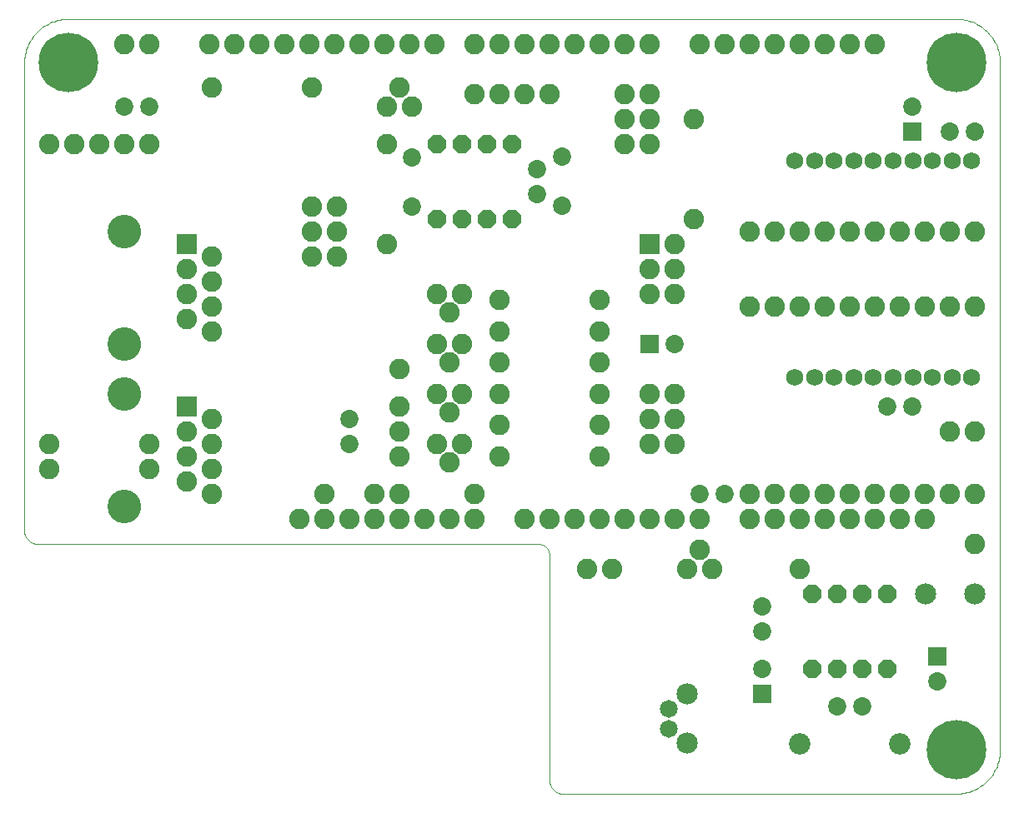
<source format=gbs>
G75*
G70*
%OFA0B0*%
%FSLAX24Y24*%
%IPPOS*%
%LPD*%
%AMOC8*
5,1,8,0,0,1.08239X$1,22.5*
%
%ADD10C,0.0000*%
%ADD11C,0.0820*%
%ADD12OC8,0.0710*%
%ADD13C,0.0730*%
%ADD14R,0.0730X0.0730*%
%ADD15R,0.0820X0.0820*%
%ADD16C,0.0680*%
%ADD17C,0.0860*%
%ADD18C,0.0848*%
%ADD19C,0.1340*%
%ADD20C,0.2380*%
%ADD21C,0.0714*%
D10*
X001200Y010700D02*
X021200Y010700D01*
X021244Y010698D01*
X021287Y010692D01*
X021329Y010683D01*
X021371Y010670D01*
X021411Y010653D01*
X021450Y010633D01*
X021487Y010610D01*
X021521Y010583D01*
X021554Y010554D01*
X021583Y010521D01*
X021610Y010487D01*
X021633Y010450D01*
X021653Y010411D01*
X021670Y010371D01*
X021683Y010329D01*
X021692Y010287D01*
X021698Y010244D01*
X021700Y010200D01*
X021700Y001200D01*
X021702Y001156D01*
X021708Y001113D01*
X021717Y001071D01*
X021730Y001029D01*
X021747Y000989D01*
X021767Y000950D01*
X021790Y000913D01*
X021817Y000879D01*
X021846Y000846D01*
X021879Y000817D01*
X021913Y000790D01*
X021950Y000767D01*
X021989Y000747D01*
X022029Y000730D01*
X022071Y000717D01*
X022113Y000708D01*
X022156Y000702D01*
X022200Y000700D01*
X037950Y000700D01*
X038033Y000702D01*
X038116Y000708D01*
X038199Y000718D01*
X038281Y000732D01*
X038363Y000749D01*
X038443Y000771D01*
X038522Y000796D01*
X038600Y000825D01*
X038677Y000858D01*
X038752Y000895D01*
X038825Y000934D01*
X038896Y000978D01*
X038965Y001024D01*
X039032Y001074D01*
X039096Y001127D01*
X039158Y001183D01*
X039217Y001242D01*
X039273Y001304D01*
X039326Y001368D01*
X039376Y001435D01*
X039422Y001504D01*
X039466Y001575D01*
X039505Y001648D01*
X039542Y001723D01*
X039575Y001800D01*
X039604Y001878D01*
X039629Y001957D01*
X039651Y002037D01*
X039668Y002119D01*
X039682Y002201D01*
X039692Y002284D01*
X039698Y002367D01*
X039700Y002450D01*
X039700Y029950D01*
X039698Y030033D01*
X039692Y030116D01*
X039682Y030199D01*
X039668Y030281D01*
X039651Y030363D01*
X039629Y030443D01*
X039604Y030522D01*
X039575Y030600D01*
X039542Y030677D01*
X039505Y030752D01*
X039466Y030825D01*
X039422Y030896D01*
X039376Y030965D01*
X039326Y031032D01*
X039273Y031096D01*
X039217Y031158D01*
X039158Y031217D01*
X039096Y031273D01*
X039032Y031326D01*
X038965Y031376D01*
X038896Y031422D01*
X038825Y031466D01*
X038752Y031505D01*
X038677Y031542D01*
X038600Y031575D01*
X038522Y031604D01*
X038443Y031629D01*
X038363Y031651D01*
X038281Y031668D01*
X038199Y031682D01*
X038116Y031692D01*
X038033Y031698D01*
X037950Y031700D01*
X002450Y031700D01*
X002367Y031698D01*
X002284Y031692D01*
X002201Y031682D01*
X002119Y031668D01*
X002037Y031651D01*
X001957Y031629D01*
X001878Y031604D01*
X001800Y031575D01*
X001723Y031542D01*
X001648Y031505D01*
X001575Y031466D01*
X001504Y031422D01*
X001435Y031376D01*
X001368Y031326D01*
X001304Y031273D01*
X001242Y031217D01*
X001183Y031158D01*
X001127Y031096D01*
X001074Y031032D01*
X001024Y030965D01*
X000978Y030896D01*
X000934Y030825D01*
X000895Y030752D01*
X000858Y030677D01*
X000825Y030600D01*
X000796Y030522D01*
X000771Y030443D01*
X000749Y030363D01*
X000732Y030281D01*
X000718Y030199D01*
X000708Y030116D01*
X000702Y030033D01*
X000700Y029950D01*
X000700Y011200D01*
X000702Y011156D01*
X000708Y011113D01*
X000717Y011071D01*
X000730Y011029D01*
X000747Y010989D01*
X000767Y010950D01*
X000790Y010913D01*
X000817Y010879D01*
X000846Y010846D01*
X000879Y010817D01*
X000913Y010790D01*
X000950Y010767D01*
X000989Y010747D01*
X001029Y010730D01*
X001071Y010717D01*
X001113Y010708D01*
X001156Y010702D01*
X001200Y010700D01*
X004070Y012200D02*
X004072Y012250D01*
X004078Y012300D01*
X004088Y012349D01*
X004102Y012397D01*
X004119Y012444D01*
X004140Y012489D01*
X004165Y012533D01*
X004193Y012574D01*
X004225Y012613D01*
X004259Y012650D01*
X004296Y012684D01*
X004336Y012714D01*
X004378Y012741D01*
X004422Y012765D01*
X004468Y012786D01*
X004515Y012802D01*
X004563Y012815D01*
X004613Y012824D01*
X004662Y012829D01*
X004713Y012830D01*
X004763Y012827D01*
X004812Y012820D01*
X004861Y012809D01*
X004909Y012794D01*
X004955Y012776D01*
X005000Y012754D01*
X005043Y012728D01*
X005084Y012699D01*
X005123Y012667D01*
X005159Y012632D01*
X005191Y012594D01*
X005221Y012554D01*
X005248Y012511D01*
X005271Y012467D01*
X005290Y012421D01*
X005306Y012373D01*
X005318Y012324D01*
X005326Y012275D01*
X005330Y012225D01*
X005330Y012175D01*
X005326Y012125D01*
X005318Y012076D01*
X005306Y012027D01*
X005290Y011979D01*
X005271Y011933D01*
X005248Y011889D01*
X005221Y011846D01*
X005191Y011806D01*
X005159Y011768D01*
X005123Y011733D01*
X005084Y011701D01*
X005043Y011672D01*
X005000Y011646D01*
X004955Y011624D01*
X004909Y011606D01*
X004861Y011591D01*
X004812Y011580D01*
X004763Y011573D01*
X004713Y011570D01*
X004662Y011571D01*
X004613Y011576D01*
X004563Y011585D01*
X004515Y011598D01*
X004468Y011614D01*
X004422Y011635D01*
X004378Y011659D01*
X004336Y011686D01*
X004296Y011716D01*
X004259Y011750D01*
X004225Y011787D01*
X004193Y011826D01*
X004165Y011867D01*
X004140Y011911D01*
X004119Y011956D01*
X004102Y012003D01*
X004088Y012051D01*
X004078Y012100D01*
X004072Y012150D01*
X004070Y012200D01*
X004070Y016700D02*
X004072Y016750D01*
X004078Y016800D01*
X004088Y016849D01*
X004102Y016897D01*
X004119Y016944D01*
X004140Y016989D01*
X004165Y017033D01*
X004193Y017074D01*
X004225Y017113D01*
X004259Y017150D01*
X004296Y017184D01*
X004336Y017214D01*
X004378Y017241D01*
X004422Y017265D01*
X004468Y017286D01*
X004515Y017302D01*
X004563Y017315D01*
X004613Y017324D01*
X004662Y017329D01*
X004713Y017330D01*
X004763Y017327D01*
X004812Y017320D01*
X004861Y017309D01*
X004909Y017294D01*
X004955Y017276D01*
X005000Y017254D01*
X005043Y017228D01*
X005084Y017199D01*
X005123Y017167D01*
X005159Y017132D01*
X005191Y017094D01*
X005221Y017054D01*
X005248Y017011D01*
X005271Y016967D01*
X005290Y016921D01*
X005306Y016873D01*
X005318Y016824D01*
X005326Y016775D01*
X005330Y016725D01*
X005330Y016675D01*
X005326Y016625D01*
X005318Y016576D01*
X005306Y016527D01*
X005290Y016479D01*
X005271Y016433D01*
X005248Y016389D01*
X005221Y016346D01*
X005191Y016306D01*
X005159Y016268D01*
X005123Y016233D01*
X005084Y016201D01*
X005043Y016172D01*
X005000Y016146D01*
X004955Y016124D01*
X004909Y016106D01*
X004861Y016091D01*
X004812Y016080D01*
X004763Y016073D01*
X004713Y016070D01*
X004662Y016071D01*
X004613Y016076D01*
X004563Y016085D01*
X004515Y016098D01*
X004468Y016114D01*
X004422Y016135D01*
X004378Y016159D01*
X004336Y016186D01*
X004296Y016216D01*
X004259Y016250D01*
X004225Y016287D01*
X004193Y016326D01*
X004165Y016367D01*
X004140Y016411D01*
X004119Y016456D01*
X004102Y016503D01*
X004088Y016551D01*
X004078Y016600D01*
X004072Y016650D01*
X004070Y016700D01*
X004070Y018700D02*
X004072Y018750D01*
X004078Y018800D01*
X004088Y018849D01*
X004102Y018897D01*
X004119Y018944D01*
X004140Y018989D01*
X004165Y019033D01*
X004193Y019074D01*
X004225Y019113D01*
X004259Y019150D01*
X004296Y019184D01*
X004336Y019214D01*
X004378Y019241D01*
X004422Y019265D01*
X004468Y019286D01*
X004515Y019302D01*
X004563Y019315D01*
X004613Y019324D01*
X004662Y019329D01*
X004713Y019330D01*
X004763Y019327D01*
X004812Y019320D01*
X004861Y019309D01*
X004909Y019294D01*
X004955Y019276D01*
X005000Y019254D01*
X005043Y019228D01*
X005084Y019199D01*
X005123Y019167D01*
X005159Y019132D01*
X005191Y019094D01*
X005221Y019054D01*
X005248Y019011D01*
X005271Y018967D01*
X005290Y018921D01*
X005306Y018873D01*
X005318Y018824D01*
X005326Y018775D01*
X005330Y018725D01*
X005330Y018675D01*
X005326Y018625D01*
X005318Y018576D01*
X005306Y018527D01*
X005290Y018479D01*
X005271Y018433D01*
X005248Y018389D01*
X005221Y018346D01*
X005191Y018306D01*
X005159Y018268D01*
X005123Y018233D01*
X005084Y018201D01*
X005043Y018172D01*
X005000Y018146D01*
X004955Y018124D01*
X004909Y018106D01*
X004861Y018091D01*
X004812Y018080D01*
X004763Y018073D01*
X004713Y018070D01*
X004662Y018071D01*
X004613Y018076D01*
X004563Y018085D01*
X004515Y018098D01*
X004468Y018114D01*
X004422Y018135D01*
X004378Y018159D01*
X004336Y018186D01*
X004296Y018216D01*
X004259Y018250D01*
X004225Y018287D01*
X004193Y018326D01*
X004165Y018367D01*
X004140Y018411D01*
X004119Y018456D01*
X004102Y018503D01*
X004088Y018551D01*
X004078Y018600D01*
X004072Y018650D01*
X004070Y018700D01*
X004070Y023200D02*
X004072Y023250D01*
X004078Y023300D01*
X004088Y023349D01*
X004102Y023397D01*
X004119Y023444D01*
X004140Y023489D01*
X004165Y023533D01*
X004193Y023574D01*
X004225Y023613D01*
X004259Y023650D01*
X004296Y023684D01*
X004336Y023714D01*
X004378Y023741D01*
X004422Y023765D01*
X004468Y023786D01*
X004515Y023802D01*
X004563Y023815D01*
X004613Y023824D01*
X004662Y023829D01*
X004713Y023830D01*
X004763Y023827D01*
X004812Y023820D01*
X004861Y023809D01*
X004909Y023794D01*
X004955Y023776D01*
X005000Y023754D01*
X005043Y023728D01*
X005084Y023699D01*
X005123Y023667D01*
X005159Y023632D01*
X005191Y023594D01*
X005221Y023554D01*
X005248Y023511D01*
X005271Y023467D01*
X005290Y023421D01*
X005306Y023373D01*
X005318Y023324D01*
X005326Y023275D01*
X005330Y023225D01*
X005330Y023175D01*
X005326Y023125D01*
X005318Y023076D01*
X005306Y023027D01*
X005290Y022979D01*
X005271Y022933D01*
X005248Y022889D01*
X005221Y022846D01*
X005191Y022806D01*
X005159Y022768D01*
X005123Y022733D01*
X005084Y022701D01*
X005043Y022672D01*
X005000Y022646D01*
X004955Y022624D01*
X004909Y022606D01*
X004861Y022591D01*
X004812Y022580D01*
X004763Y022573D01*
X004713Y022570D01*
X004662Y022571D01*
X004613Y022576D01*
X004563Y022585D01*
X004515Y022598D01*
X004468Y022614D01*
X004422Y022635D01*
X004378Y022659D01*
X004336Y022686D01*
X004296Y022716D01*
X004259Y022750D01*
X004225Y022787D01*
X004193Y022826D01*
X004165Y022867D01*
X004140Y022911D01*
X004119Y022956D01*
X004102Y023003D01*
X004088Y023051D01*
X004078Y023100D01*
X004072Y023150D01*
X004070Y023200D01*
D11*
X007200Y021700D03*
X008200Y022200D03*
X008200Y021200D03*
X007200Y020700D03*
X008200Y020200D03*
X007200Y019700D03*
X008200Y019200D03*
X012200Y022200D03*
X013200Y022200D03*
X013200Y023200D03*
X012200Y023200D03*
X012200Y024200D03*
X013200Y024200D03*
X015200Y022700D03*
X017200Y020700D03*
X017700Y019950D03*
X018200Y020700D03*
X019700Y020450D03*
X019700Y019200D03*
X019700Y017950D03*
X019700Y016700D03*
X019700Y015450D03*
X019700Y014200D03*
X018200Y014700D03*
X017700Y013950D03*
X017200Y014700D03*
X017700Y015950D03*
X017200Y016700D03*
X018200Y016700D03*
X017700Y017950D03*
X017200Y018700D03*
X018200Y018700D03*
X015700Y017700D03*
X015700Y016200D03*
X015700Y015200D03*
X015700Y014200D03*
X015700Y012700D03*
X014700Y012700D03*
X014700Y011700D03*
X015700Y011700D03*
X016700Y011700D03*
X017700Y011700D03*
X018700Y011700D03*
X018700Y012700D03*
X020700Y011700D03*
X021700Y011700D03*
X022700Y011700D03*
X023700Y011700D03*
X024700Y011700D03*
X025700Y011700D03*
X026700Y011700D03*
X027700Y011700D03*
X027700Y010450D03*
X027200Y009700D03*
X028200Y009700D03*
X029700Y011700D03*
X030700Y011700D03*
X030700Y012700D03*
X029700Y012700D03*
X031700Y012700D03*
X032700Y012700D03*
X033700Y012700D03*
X033700Y011700D03*
X032700Y011700D03*
X031700Y011700D03*
X031700Y009700D03*
X034700Y011700D03*
X035700Y011700D03*
X036700Y011700D03*
X036700Y012700D03*
X035700Y012700D03*
X034700Y012700D03*
X037700Y012700D03*
X038700Y012700D03*
X038700Y010700D03*
X038700Y015200D03*
X037700Y015200D03*
X037700Y020200D03*
X038700Y020200D03*
X036700Y020200D03*
X035700Y020200D03*
X034700Y020200D03*
X033700Y020200D03*
X032700Y020200D03*
X031700Y020200D03*
X030700Y020200D03*
X029700Y020200D03*
X026700Y020700D03*
X026700Y021700D03*
X025700Y021700D03*
X025700Y020700D03*
X023700Y020450D03*
X023700Y019200D03*
X023700Y017950D03*
X023700Y016700D03*
X023700Y015450D03*
X023700Y014200D03*
X025700Y014700D03*
X025700Y015700D03*
X025700Y016700D03*
X026700Y016700D03*
X026700Y015700D03*
X026700Y014700D03*
X024200Y009700D03*
X023200Y009700D03*
X013700Y011700D03*
X012700Y011700D03*
X011700Y011700D03*
X012700Y012700D03*
X008200Y012700D03*
X007200Y013200D03*
X008200Y013700D03*
X007200Y014200D03*
X008200Y014700D03*
X007200Y015200D03*
X008200Y015700D03*
X005700Y014700D03*
X005700Y013700D03*
X001700Y013700D03*
X001700Y014700D03*
X001700Y026700D03*
X002700Y026700D03*
X003700Y026700D03*
X004700Y026700D03*
X005700Y026700D03*
X008200Y028950D03*
X008100Y030700D03*
X009100Y030700D03*
X010100Y030700D03*
X011100Y030700D03*
X012100Y030700D03*
X013100Y030700D03*
X014100Y030700D03*
X015100Y030700D03*
X016100Y030700D03*
X017100Y030700D03*
X018700Y030700D03*
X019700Y030700D03*
X020700Y030700D03*
X021700Y030700D03*
X022700Y030700D03*
X023700Y030700D03*
X024700Y030700D03*
X025700Y030700D03*
X027700Y030700D03*
X028700Y030700D03*
X029700Y030700D03*
X030700Y030700D03*
X031700Y030700D03*
X032700Y030700D03*
X033700Y030700D03*
X034700Y030700D03*
X027450Y027700D03*
X025700Y027700D03*
X024700Y027700D03*
X024700Y026700D03*
X025700Y026700D03*
X025700Y028700D03*
X024700Y028700D03*
X021700Y028700D03*
X020700Y028700D03*
X019700Y028700D03*
X018700Y028700D03*
X016200Y028200D03*
X015700Y028950D03*
X015200Y028200D03*
X015200Y026700D03*
X012200Y028950D03*
X005700Y030700D03*
X004700Y030700D03*
X026700Y022700D03*
X027450Y023700D03*
X029700Y023200D03*
X030700Y023200D03*
X031700Y023200D03*
X032700Y023200D03*
X033700Y023200D03*
X034700Y023200D03*
X035700Y023200D03*
X036700Y023200D03*
X037700Y023200D03*
X038700Y023200D03*
D12*
X020200Y023700D03*
X019200Y023700D03*
X018200Y023700D03*
X017200Y023700D03*
X017200Y026700D03*
X018200Y026700D03*
X019200Y026700D03*
X020200Y026700D03*
X032200Y008700D03*
X033200Y008700D03*
X034200Y008700D03*
X035200Y008700D03*
X035200Y005700D03*
X034200Y005700D03*
X033200Y005700D03*
X032200Y005700D03*
D13*
X033200Y004200D03*
X034200Y004200D03*
X037200Y005200D03*
X030200Y005700D03*
X030200Y007200D03*
X030200Y008200D03*
X028700Y012700D03*
X027700Y012700D03*
X026700Y018700D03*
X022200Y024216D03*
X021200Y024700D03*
X021200Y025700D03*
X022200Y026184D03*
X016200Y026169D03*
X016200Y024200D03*
X005700Y028200D03*
X004700Y028200D03*
X013700Y015700D03*
X013700Y014700D03*
X035200Y016200D03*
X036200Y016200D03*
X037700Y027200D03*
X038700Y027200D03*
X036200Y028200D03*
D14*
X036200Y027200D03*
X025700Y018700D03*
X037200Y006200D03*
X030200Y004700D03*
D15*
X007200Y016200D03*
X007200Y022700D03*
X025700Y022700D03*
D16*
X031487Y026031D03*
X032275Y026031D03*
X033062Y026031D03*
X033850Y026031D03*
X034637Y026031D03*
X035424Y026031D03*
X036212Y026031D03*
X036999Y026031D03*
X037787Y026031D03*
X038574Y026031D03*
X038574Y017369D03*
X037787Y017369D03*
X036999Y017369D03*
X036212Y017369D03*
X035424Y017369D03*
X034637Y017369D03*
X033850Y017369D03*
X033062Y017369D03*
X032275Y017369D03*
X031487Y017369D03*
D17*
X031700Y002700D03*
X035700Y002700D03*
D18*
X036716Y008700D03*
X038684Y008700D03*
X027200Y004684D03*
X027200Y002716D03*
D19*
X004700Y012200D03*
X004700Y016700D03*
X004700Y018700D03*
X004700Y023200D03*
D20*
X002450Y029950D03*
X037950Y029950D03*
X037950Y002450D03*
D21*
X026450Y003306D03*
X026450Y004094D03*
M02*

</source>
